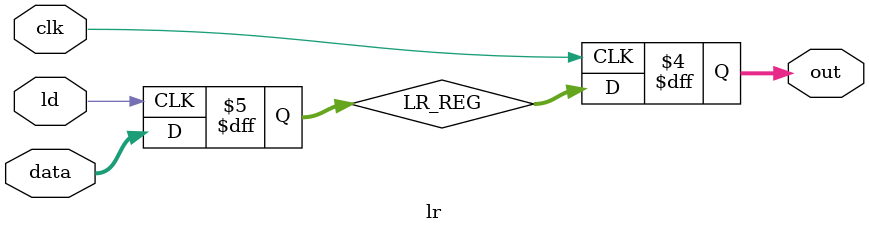
<source format=v>
`timescale 1ns/100ps

module lr #(
    parameter WIDTH = 8
) (
    clk,
    ld,
    data,
    out
);  

input clk, ld;
input [WIDTH-1:0] data;
output reg [WIDTH-1:0] out;

reg [WIDTH-1:0] LR_REG;

initial begin
    LR_REG = {WIDTH{1'b0}};
end

always @(posedge ld) begin
    LR_REG <= data;
end

always @(posedge clk) begin
    out <= LR_REG;
end

endmodule
</source>
